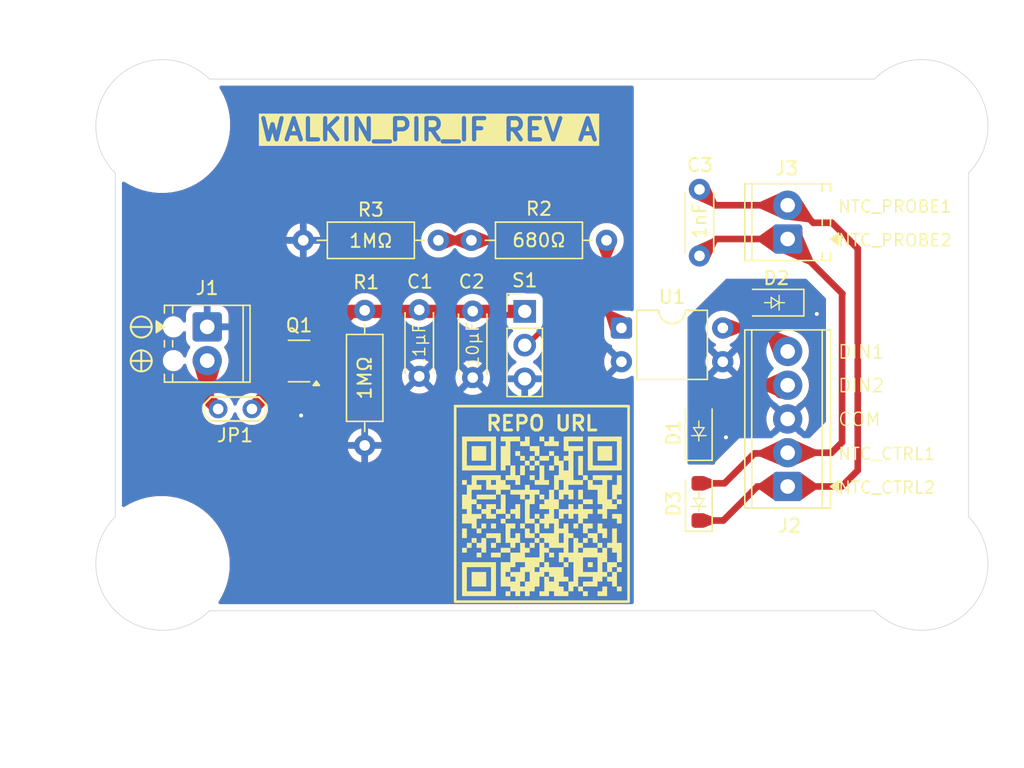
<source format=kicad_pcb>
(kicad_pcb (version 20241229) (generator "pcbnew") (generator_version "9.0")
  (title_block (title "Walk-In PIR Motion Interface") (date "2025-12-30") (rev "A") (company "Eli Bell") (comment 3 "pass-through.") (comment 4 "Battery-powered PIR motion interface board with isolated dry-contact output and NTC "))
  (layers (0 "F.Cu" signal) (2 "B.Cu" signal) (13 "F.Paste" user) (15 "B.Paste" user) (5 "F.SilkS" user "F.Silkscreen") (7 "B.SilkS" user "B.Silkscreen") (1 "F.Mask" user) (3 "B.Mask" user) (25 "Edge.Cuts" user))
  (net 0 "")
  (net 1 "GND")
  (net 2 "VDD")
  (net 3 "/NTC2")
  (net 4 "/NTC1")
  (net 5 "/COM")
  (net 6 "/DIN2")
  (net 7 "/DIN1")
  (net 8 "/VBAT")
  (net 9 "/PIR_SIG")
  (net 10 "Net-(S1-VOUT)")
  (net 11 "Net-(JP1-B)")
  (footprint "TerminalBlock_Phoenix:TerminalBlock_Phoenix_MPT-0,5-5-2.54_1x05_P2.54mm_Horizontal" (layer "F.Cu") (at 173.4675 108.071101 90)
    (property "Reference" "J2" (at -2.95 0.1525 180) (layer "F.SilkS"))
    (property "Value" "XWA11V Terminal")
    (pad "1" thru_hole roundrect (at 0 0 90) (size 2.2 2.2) (drill 1.1) (layers "*.Cu" "*.Mask") (roundrect_rratio 0.113636) (net 3 "/NTC2"))
    (pad "2" thru_hole circle (at 2.54 0 90) (size 2.2 2.2) (drill 1.1) (layers "*.Cu" "*.Mask") (net 4 "/NTC1"))
    (pad "3" thru_hole circle (at 5.08 0 90) (size 2.2 2.2) (drill 1.1) (layers "*.Cu" "*.Mask") (net 5 "/COM"))
    (pad "4" thru_hole circle (at 7.62 0 90) (size 2.2 2.2) (drill 1.1) (layers "*.Cu" "*.Mask") (net 6 "/DIN2"))
    (pad "5" thru_hole circle (at 10.16 0 90) (size 2.2 2.2) (drill 1.1) (layers "*.Cu" "*.Mask") (net 7 "/DIN1"))
  )
  (footprint "WALKIN_PIR_IF:Eli_Bell_Logo" (layer "F.Cu") (at 138.8 111.65)
    (property "Reference" "REF**" (hide yes))
    (property "Value" "Eli_Bell_Logo")
    (fp_arc (start -2.578595 0.025) (mid -2.845921 1.018561) (end -3.575715 1.743839) (stroke (width 0.6)) (layer "F.Cu"))
    (fp_arc (start -2.578595 0.025) (mid -0.078595 -2.475) (end 2.421405 0.025) (stroke (width 0.6)) (layer "F.Cu"))
    (fp_arc (start 3.418525 1.743839) (mid 2.688732 1.018561) (end 2.421405 0.025) (stroke (width 0.6)) (layer "F.Cu"))
    (fp_arc (start 3.418525 1.765891) (mid -0.078595 2.475) (end -3.575715 1.765891) (stroke (width 0.6)) (layer "F.Cu"))
    (fp_poly (pts (arc (start 0.671405 -2.652358) (mid -0.078595 -3.402358) (end -0.828595 -2.652358))) (fill yes) (layer "F.Cu"))
    (fp_poly (pts (arc (start 0.671405 2.627358) (mid -0.078595 3.377358) (end -0.828595 2.627358))) (fill yes) (layer "F.Cu"))
    (fp_text user "e" (at -1.825 2.5 0) (layer "F.Cu") (effects (font (size 4.5 4.5) (thickness 0.625)) (justify left bottom)))
    (zone (net 0) (net_name "") (layer "F.Cu") (connect_pads (clearance 0)) (min_thickness 0.25)
      (keepout (tracks not_allowed) (vias not_allowed) (pads not_allowed) (copperpour not_allowed) (footprints allowed))
      (fill (thermal_gap 0.5) (thermal_bridge_width 0.5))
      (polygon (pts (xy 135.173397 114.280801) (xy 135.450067 114.395207) (xy 136.015853 114.591173) (xy 136.593439 114.749001) (xy 137.232158 114.878513) (xy 137.817673 114.997237) (xy 138.371136 114.98751) (xy 138.969898 114.98751) (xy 139.56733 114.947611) (xy 140.160774 114.86799) (xy 140.747595 114.749001) (xy 141.325181 114.591173) (xy 141.890967 114.395207) (xy 142.167637 114.280801)))
    )
    (zone (net 0) (net_name "") (layer "F.Cu") (connect_pads (clearance 0)) (min_thickness 0.25)
      (keepout (tracks not_allowed) (vias not_allowed) (pads not_allowed) (copperpour not_allowed) (footprints allowed))
      (fill (thermal_gap 0.5) (thermal_bridge_width 0.5))
      (polygon (pts (xy 139.420517 114.887948) (xy 139.418159 114.972187) (xy 139.380669 115.136441) (xy 139.307569 115.288235) (xy 139.202525 115.419956) (xy 139.070804 115.525) (xy 138.91901 115.5981) (xy 138.754756 115.63559) (xy 138.586278 115.63559) (xy 138.422024 115.5981) (xy 138.27023 115.525) (xy 138.138509 115.419956) (xy 138.033465 115.288235) (xy 137.960365 115.136441) (xy 137.922875 114.972187) (xy 137.920517 114.887948)))
    )
  )
  (footprint "Capacitor_THT:C_Disc_D4.3mm_W1.9mm_P5.00mm" (layer "F.Cu") (at 145.77 94.781101 -90)
    (property "Reference" "C1" (at -2.12 -0.05 180) (layer "F.SilkS"))
    (property "Value" ".1µF")
    (pad "1" thru_hole circle (at 0 0 270) (size 1.6 1.6) (drill 0.8) (layers "*.Cu" "*.Mask") (net 2 "VDD"))
    (pad "2" thru_hole circle (at 5 0 270) (size 1.6 1.6) (drill 0.8) (layers "*.Cu" "*.Mask") (net 1 "GND"))
  )
  (footprint "Capacitor_THT:C_Disc_D4.3mm_W1.9mm_P5.00mm" (layer "F.Cu") (at 149.79 94.881101 -90)
    (property "Reference" "C2" (at -2.22 0.08 180) (layer "F.SilkS"))
    (property "Value" "10µF")
    (pad "1" thru_hole circle (at 0 0 270) (size 1.6 1.6) (drill 0.8) (layers "*.Cu" "*.Mask") (net 2 "VDD"))
    (pad "2" thru_hole circle (at 5 0 270) (size 1.6 1.6) (drill 0.8) (layers "*.Cu" "*.Mask") (net 1 "GND"))
  )
  (footprint "Package_DIP:DIP-4_W7.62mm" (layer "F.Cu") (at 160.97 96.146101)
    (property "Reference" "U1" (at 3.81 -2.33 0) (layer "F.SilkS"))
    (property "Value" "AQY212EH")
    (pad "1" thru_hole roundrect (at 0 0) (size 1.6 1.6) (drill 0.8) (layers "*.Cu" "*.Mask") (roundrect_rratio 0.15625) (net 9 "/PIR_SIG"))
    (pad "2" thru_hole circle (at 0 2.54) (size 1.6 1.6) (drill 0.8) (layers "*.Cu" "*.Mask") (net 1 "GND"))
    (pad "3" thru_hole circle (at 7.62 2.54) (size 1.6 1.6) (drill 0.8) (layers "*.Cu" "*.Mask") (net 5 "/COM"))
    (pad "4" thru_hole circle (at 7.62 0) (size 1.6 1.6) (drill 0.8) (layers "*.Cu" "*.Mask") (net 7 "/DIN1"))
  )
  (footprint "Package_TO_SOT_SMD:SOT-23-3" (layer "F.Cu") (at 136.7325 98.631101 180)
    (property "Reference" "Q1" (at 0 2.68 0) (layer "F.SilkS"))
    (property "Value" "AO3401A")
    (pad "1" smd roundrect (at -1.1375 -0.95 180) (size 1.325 0.6) (layers "F.Cu" "F.Mask" "F.Paste") (net 1 "GND"))
    (pad "2" smd roundrect (at -1.1375 0.95 180) (size 1.325 0.6) (layers "F.Cu" "F.Mask" "F.Paste") (net 2 "VDD"))
    (pad "3" smd roundrect (at 1.1375 0 180) (size 1.325 0.6) (layers "F.Cu" "F.Mask" "F.Paste") (net 11 "Net-(JP1-B)"))
  )
  (footprint "Diode_SMD:D_SOD-123F" (layer "F.Cu") (at 166.79 109.231101 90)
    (property "Reference" "D3" (at -0.127 -1.905 90) (layer "F.SilkS"))
    (property "Value" "SMF12CA")
    (pad "1" smd roundrect (at -1.4 0 90) (size 1.1 1.1) (layers "F.Cu" "F.Mask" "F.Paste") (roundrect_rratio 0.2272727273) (net 3 "/NTC2"))
    (pad "2" smd roundrect (at 1.4 0 90) (size 1.1 1.1) (layers "F.Cu" "F.Mask" "F.Paste") (roundrect_rratio 0.2272727273) (net 4 "/NTC1"))
  )
  (footprint "Resistor_THT:R_Axial_DIN0207_L6.3mm_D2.5mm_P10.16mm_Horizontal" (layer "F.Cu") (at 149.69 89.551101)
    (property "Reference" "R2" (at 5.08 -2.37 0) (layer "F.SilkS"))
    (property "Value" "680Ω")
    (pad "1" thru_hole circle (at 0 0) (size 1.6 1.6) (drill 0.8) (layers "*.Cu" "*.Mask") (net 10 "Net-(S1-VOUT)"))
    (pad "2" thru_hole oval (at 10.16 0) (size 1.6 1.6) (drill 0.8) (layers "*.Cu" "*.Mask") (net 9 "/PIR_SIG"))
  )
  (footprint "TerminalBlock_Phoenix:TerminalBlock_Phoenix_MPT-0,5-2-2.54_1x02_P2.54mm_Horizontal" (layer "F.Cu") (at 129.83 96.061101 -90)
    (property "Reference" "J1" (at -2.92 0.01 180) (layer "F.SilkS"))
    (property "Value" "Battery Terminal")
    (pad "" np_thru_hole circle (at 0 2.54 270) (size 1.1 1.1) (drill 1.1) (layers "*.Cu" "*.Mask"))
    (pad "" np_thru_hole circle (at 2.54 2.54 270) (size 1.1 1.1) (drill 1.1) (layers "*.Cu" "*.Mask"))
    (pad "1" thru_hole roundrect (at 0 0 270) (size 2.2 2.2) (drill 1.1) (layers "*.Cu" "*.Mask") (roundrect_rratio 0.113636) (net 1 "GND"))
    (pad "2" thru_hole circle (at 2.54 0 270) (size 2.2 2.2) (drill 1.1) (layers "*.Cu" "*.Mask") (net 8 "/VBAT"))
  )
  (footprint "TestPoint:TestPoint_2Pads_Pitch2.54mm_Drill0.8mm" (layer "F.Cu") (at 130.65 102.241101)
    (property "Reference" "JP1" (at 1.27 1.98 0) (layer "F.SilkS"))
    (property "Value" "Current Test")
    (pad "1" thru_hole circle (at 0 0) (size 1.4 1.4) (drill 0.8) (layers "*.Cu" "*.Mask") (net 8 "/VBAT"))
    (pad "2" thru_hole circle (at 2.54 0) (size 1.4 1.4) (drill 0.8) (layers "*.Cu" "*.Mask") (net 11 "Net-(JP1-B)"))
  )
  (footprint "Diode_SMD:D_SOD-123F" (layer "F.Cu") (at 166.79 103.894851 90)
    (property "Reference" "D1" (at -0.13 -1.91 90) (layer "F.SilkS"))
    (property "Value" "SMF12CA")
    (pad "1" smd roundrect (at -1.4 0 90) (size 1.1 1.1) (layers "F.Cu" "F.Mask" "F.Paste") (roundrect_rratio 0.2272727273) (net 5 "/COM"))
    (pad "2" smd roundrect (at 1.4 0 90) (size 1.1 1.1) (layers "F.Cu" "F.Mask" "F.Paste") (roundrect_rratio 0.2272727273) (net 6 "/DIN2"))
  )
  (footprint "Capacitor_THT:C_Disc_D4.3mm_W1.9mm_P5.00mm" (layer "F.Cu") (at 166.84 90.721101 90)
    (property "Reference" "C3" (at 6.83 0.03 180) (layer "F.SilkS"))
    (property "Value" "1nF")
    (pad "1" thru_hole circle (at 0 0 90) (size 1.6 1.6) (drill 0.8) (layers "*.Cu" "*.Mask") (net 4 "/NTC1"))
    (pad "2" thru_hole circle (at 5 0 90) (size 1.6 1.6) (drill 0.8) (layers "*.Cu" "*.Mask") (net 3 "/NTC2"))
  )
  (footprint "MountingHole:MountingHole_3.2mm_M3" (layer "F.Cu") (at 183.525535 113.885568)
    (property "Reference" "H1" (hide yes))
    (property "Value" "MountingHole" (hide yes))
    (pad "" np_thru_hole circle (at 0 0) (size 3.2 3.2) (drill 3.2) (layers "*.Cu" "*.Mask"))
  )
  (footprint "MountingHole:MountingHole_3.2mm_M3" (layer "F.Cu") (at 183.525535 80.956635)
    (property "Reference" "H3" (hide yes))
    (property "Value" "MountingHole" (hide yes))
    (pad "" np_thru_hole circle (at 0 0) (size 3.2 3.2) (drill 3.2) (layers "*.Cu" "*.Mask"))
  )
  (footprint "Resistor_THT:R_Axial_DIN0207_L6.3mm_D2.5mm_P10.16mm_Horizontal" (layer "F.Cu") (at 141.67 94.821101 -90)
    (property "Reference" "R1" (at -2.11 -0.11 180) (layer "F.SilkS"))
    (property "Value" "1MΩ")
    (pad "1" thru_hole circle (at 0 0 270) (size 1.6 1.6) (drill 0.8) (layers "*.Cu" "*.Mask") (net 2 "VDD"))
    (pad "2" thru_hole oval (at 10.16 0 270) (size 1.6 1.6) (drill 0.8) (layers "*.Cu" "*.Mask") (net 1 "GND"))
  )
  (footprint "TerminalBlock_Phoenix:TerminalBlock_Phoenix_MPT-0,5-2-2.54_1x02_P2.54mm_Horizontal" (layer "F.Cu") (at 173.4675 89.451101 90)
    (property "Reference" "J3" (at 5.3 -0.0675 180) (layer "F.SilkS"))
    (property "Value" "Probe Terminal")
    (pad "" np_thru_hole circle (at 0 2.54 90) (size 1.1 1.1) (drill 1.1) (layers "*.Cu" "*.Mask"))
    (pad "" np_thru_hole circle (at 2.54 2.54 90) (size 1.1 1.1) (drill 1.1) (layers "*.Cu" "*.Mask"))
    (pad "1" thru_hole roundrect (at 0 0 90) (size 2.2 2.2) (drill 1.1) (layers "*.Cu" "*.Mask") (roundrect_rratio 0.113636) (net 4 "/NTC1"))
    (pad "2" thru_hole circle (at 2.54 0 90) (size 2.2 2.2) (drill 1.1) (layers "*.Cu" "*.Mask") (net 3 "/NTC2"))
  )
  (footprint "MountingHole:MountingHole_3.2mm_M3" (layer "F.Cu") (at 126.455534 80.956635)
    (property "Reference" "H4" (hide yes))
    (property "Value" "MountingHole" (hide yes))
    (pad "" np_thru_hole circle (at 0 0) (size 3.2 3.2) (drill 3.2) (layers "*.Cu" "*.Mask"))
  )
  (footprint "MountingHole:MountingHole_3.2mm_M3" (layer "F.Cu") (at 126.455534 113.885568)
    (property "Reference" "H2" (hide yes))
    (property "Value" "MountingHole" (hide yes))
    (pad "" np_thru_hole circle (at 0 0) (size 3.2 3.2) (drill 3.2) (layers "*.Cu" "*.Mask"))
  )
  (footprint "Connector_PinHeader_2.54mm:PinHeader_1x03_P2.54mm_Vertical" (layer "F.Cu") (at 153.7 94.896101)
    (property "Reference" "S1" (at 0 -2.33 0) (layer "F.SilkS"))
    (property "Value" "AM312")
    (pad "1" thru_hole rect (at 0 0) (size 1.7 1.7) (drill 1) (layers "*.Cu" "*.Mask") (net 2 "VDD"))
    (pad "2" thru_hole oval (at 0 2.54) (size 1.7 1.7) (drill 1) (layers "*.Cu" "*.Mask") (net 10 "Net-(S1-VOUT)"))
    (pad "3" thru_hole oval (at 0 5.08) (size 1.7 1.7) (drill 1) (layers "*.Cu" "*.Mask") (net 1 "GND"))
  )
  (footprint "WALKIN_PIR_IF:Repo_URL" (layer "F.Cu") (at 154.99047 110.315)
    (property "Reference" "G***" (hide yes))
    (property "Value" "LOGO" (hide yes))
  )
  (footprint "Diode_SMD:D_SOD-123F" (layer "F.Cu") (at 172.4775 94.241101 180)
    (property "Reference" "D2" (at -0.14625 1.85 0) (layer "F.SilkS"))
    (property "Value" "SMF12CA")
    (pad "1" smd roundrect (at -1.4 0 180) (size 1.1 1.1) (layers "F.Cu" "F.Mask" "F.Paste") (roundrect_rratio 0.2272727273) (net 5 "/COM"))
    (pad "2" smd roundrect (at 1.4 0 180) (size 1.1 1.1) (layers "F.Cu" "F.Mask" "F.Paste") (roundrect_rratio 0.2272727273) (net 7 "/DIN1"))
  )
  (footprint "Resistor_THT:R_Axial_DIN0207_L6.3mm_D2.5mm_P10.16mm_Horizontal" (layer "F.Cu") (at 147.21 89.551101 180)
    (property "Reference" "R3" (at 5.08 2.3 0) (layer "F.SilkS"))
    (property "Value" "1MΩ")
    (pad "1" thru_hole circle (at 0 0 180) (size 1.6 1.6) (drill 0.8) (layers "*.Cu" "*.Mask") (net 10 "Net-(S1-VOUT)"))
    (pad "2" thru_hole oval (at 10.16 0 180) (size 1.6 1.6) (drill 0.8) (layers "*.Cu" "*.Mask") (net 1 "GND"))
  )
  (gr_rect (start 148.47047 102.025) (end 161.51047 116.735) (stroke (width 0.2)) (fill no) (layer "F.SilkS"))
  (gr_circle (center 124.87 96.071101) (end 125.66 96.071101) (stroke (width 0.15)) (fill no) (layer "F.SilkS"))
  (gr_line (start 125.66 98.621101) (end 124.08 98.621101) (stroke (width 0.15)) (layer "F.SilkS"))
  (gr_circle (center 124.87 98.621101) (end 125.66 98.621101) (stroke (width 0.15)) (fill no) (layer "F.SilkS"))
  (gr_line (start 124.87 97.831101) (end 124.87 99.411101) (stroke (width 0.15)) (layer "F.SilkS"))
  (gr_line (start 125.66 96.071101) (end 124.08 96.071101) (stroke (width 0.15)) (layer "F.SilkS"))
  (gr_arc (start 129.991067 117.421101) (mid 122.920001 117.421101) (end 122.92 110.350034) (stroke (width 0.05)) (layer "Edge.Cuts"))
  (gr_arc (start 187.061068 110.350034) (mid 187.061068 117.421101) (end 179.990001 117.421101) (stroke (width 0.05)) (layer "Edge.Cuts"))
  (gr_line (start 179.99 117.421101) (end 129.99 117.421101) (stroke (width 0.05)) (layer "Edge.Cuts"))
  (gr_line (start 187.061069 84.492168) (end 187.061069 110.350034) (stroke (width 0.05)) (layer "Edge.Cuts"))
  (gr_arc (start 179.990001 77.421101) (mid 187.061068 77.421101) (end 187.061068 84.492168) (stroke (width 0.05)) (layer "Edge.Cuts"))
  (gr_line (start 179.99 77.421101) (end 129.99 77.421101) (stroke (width 0.05)) (layer "Edge.Cuts"))
  (gr_line (start 122.919871 84.492168) (end 122.919871 110.350034) (stroke (width 0.05)) (layer "Edge.Cuts"))
  (gr_arc (start 122.92 84.492168) (mid 122.92 77.421101) (end 129.991067 77.421101) (stroke (width 0.05)) (layer "Edge.Cuts"))
  (gr_text "COM" (at 177.2 103.606101 0) (layer "F.SilkS") (effects (font (size 1 1) (thickness 0.1)) (justify left bottom)))
  (gr_text "WALKIN_PIR_IF REV ${REVISION}" (at 133.61 82.17 0) (layer "F.SilkS" knockout) (effects (font (size 1.6 1.6) (thickness 0.32) (bold yes)) (justify left bottom)))
  (gr_text "10µF" (at 149.79 97.381101 90) (layer "F.SilkS") (effects (font (size 0.9 0.9) (thickness 0.1125))))
  (gr_text "680Ω" (at 154.77 89.551101 0) (layer "F.SilkS") (effects (font (size 1 1))))
  (gr_text "NTC_CTRL2" (at 177.2 108.681101 0) (layer "F.SilkS") (effects (font (size 0.9 0.9) (thickness 0.1125)) (justify left bottom)))
  (gr_text "NTC_PROBE2" (at 177.2 90.068601 0) (layer "F.SilkS") (effects (font (size 0.9 0.9) (thickness 0.1125)) (justify left bottom)))
  (gr_text "1MΩ" (at 142.13 89.591101 0) (layer "F.SilkS") (effects (font (size 1 1))))
  (gr_text ".1µF" (at 145.77 97.281101 90) (layer "F.SilkS") (effects (font (size 0.9 0.9) (thickness 0.1125))))
  (gr_text "NTC_CTRL1" (at 177.2 106.143601 0) (layer "F.SilkS") (effects (font (size 0.9 0.9) (thickness 0.1125)) (justify left bottom)))
  (gr_text "DIN1" (at 177.2 98.531101 0) (layer "F.SilkS") (effects (font (size 1 1) (thickness 0.1)) (justify left bottom)))
  (gr_text "NTC_PROBE1" (at 177.2 87.531101 0) (layer "F.SilkS") (effects (font (size 0.9 0.9) (thickness 0.1125)) (justify left bottom)))
  (gr_text "REPO URL" (at 154.99047 103.965 0) (layer "F.SilkS") (effects (font (size 1.1 1.1) (thickness 0.22) (bold yes)) (justify bottom)))
  (gr_text "DIN2" (at 177.2 101.068601 0) (layer "F.SilkS") (effects (font (size 1 1) (thickness 0.1)) (justify left bottom)))
  (gr_text "1nF" (at 166.85 88.081101 90) (layer "F.SilkS") (effects (font (size 1 1))))
  (gr_text "1MΩ" (at 141.67 99.901101 90) (layer "F.SilkS") (effects (font (size 1 1))))
  (via (at 136.89 102.731101) (size 0.6) (drill 0.3) (layers "F.Cu" "B.Cu") (net 1))
  (segment (start 140.655 94.896101) (end 137.87 97.681101) (width 1) (layer "F.Cu") (net 2))
  (segment (start 153.7 94.896101) (end 140.655 94.896101) (width 1) (layer "F.Cu") (net 2))
  (segment (start 178.74 106.861101) (end 178.74 90.171101) (width 0.5) (layer "F.Cu") (net 3))
  (segment (start 173.4675 86.911101) (end 174.07 86.911101) (width 0.5) (layer "F.Cu") (net 3))
  (segment (start 175.39 88.231101) (end 176.8 88.231101) (width 0.5) (layer "F.Cu") (net 3))
  (segment (start 168.63 110.631101) (end 166.79 110.631101) (width 0.5) (layer "F.Cu") (net 3))
  (segment (start 168.03 86.911101) (end 166.84 85.721101) (width 0.5) (layer "F.Cu") (net 3))
  (segment (start 177.53 108.071101) (end 178.74 106.861101) (width 0.5) (layer "F.Cu") (net 3))
  (segment (start 171.19 108.071101) (end 168.63 110.631101) (width 0.5) (layer "F.Cu") (net 3))
  (segment (start 173.4675 86.911101) (end 168.03 86.911101) (width 0.5) (layer "F.Cu") (net 3))
  (segment (start 174.07 86.911101) (end 175.39 88.231101) (width 0.5) (layer "F.Cu") (net 3))
  (segment (start 173.4675 108.071101) (end 177.53 108.071101) (width 0.5) (layer "F.Cu") (net 3))
  (segment (start 173.4675 108.071101) (end 171.19 108.071101) (width 0.5) (layer "F.Cu") (net 3))
  (segment (start 176.8 88.231101) (end 178.74 90.171101) (width 0.5) (layer "F.Cu") (net 3))
  (segment (start 173.4175 105.581101) (end 170.97 105.581101) (width 0.5) (layer "F.Cu") (net 4))
  (segment (start 176.77 105.531101) (end 173.4675 105.531101) (width 0.5) (layer "F.Cu") (net 4))
  (segment (start 173.4675 89.451101) (end 174.61 89.451101) (width 0.2) (layer "F.Cu") (net 4))
  (segment (start 170.97 105.581101) (end 168.72 107.831101) (width 0.5) (layer "F.Cu") (net 4))
  (segment (start 168.11 89.451101) (end 166.84 90.721101) (width 0.5) (layer "F.Cu") (net 4))
  (segment (start 177.56 93.603601) (end 177.56 104.741101) (width 0.5) (layer "F.Cu") (net 4))
  (segment (start 177.56 104.741101) (end 176.77 105.531101) (width 0.5) (layer "F.Cu") (net 4))
  (segment (start 173.4675 105.531101) (end 173.4175 105.581101) (width 0.2) (layer "F.Cu") (net 4))
  (segment (start 173.4675 89.451101) (end 168.11 89.451101) (width 0.5) (layer "F.Cu") (net 4))
  (segment (start 177.59 93.573601) (end 173.4675 89.451101) (width 0.5) (layer "F.Cu") (net 4))
  (segment (start 168.72 107.831101) (end 166.79 107.831101) (width 0.5) (layer "F.Cu") (net 4))
  (segment (start 173.78 102.991101) (end 173.4675 102.991101) (width 1) (layer "F.Cu") (net 5))
  (segment (start 173.4675 102.991101) (end 172.895 102.991101) (width 0.2) (layer "F.Cu") (net 5))
  (via (at 168.83 104.371101) (size 0.6) (drill 0.3) (layers "F.Cu" "B.Cu") (net 5))
  (via (at 175.66 95.091101) (size 0.6) (drill 0.3) (layers "F.Cu" "B.Cu") (net 5))
  (segment (start 169.23 102.461101) (end 166.82375 102.461101) (width 0.5) (layer "F.Cu") (net 6))
  (segment (start 173.94 100.451101) (end 173.4675 100.451101) (width 0.2) (layer "F.Cu") (net 6))
  (segment (start 166.82375 102.461101) (end 166.79 102.494851) (width 0.2) (layer "F.Cu") (net 6))
  (segment (start 171.24 100.451101) (end 169.23 102.461101) (width 0.5) (layer "F.Cu") (net 6))
  (segment (start 173.4675 100.451101) (end 172.9675 100.951101) (width 1) (layer "F.Cu") (net 6))
  (segment (start 173.4675 100.451101) (end 171.24 100.451101) (width 0.5) (layer "F.Cu") (net 6))
  (segment (start 171.0775 94.241101) (end 171.0775 95.521101) (width 0.5) (layer "F.Cu") (net 7))
  (segment (start 172.11875 96.562351) (end 171.7025 96.146101) (width 0.5) (layer "F.Cu") (net 7))
  (segment (start 173.4675 97.911101) (end 172.11875 96.562351) (width 0.5) (layer "F.Cu") (net 7))
  (segment (start 171.0775 95.521101) (end 172.11875 96.562351) (width 0.5) (layer "F.Cu") (net 7))
  (segment (start 171.7025 96.146101) (end 168.59 96.146101) (width 0.5) (layer "F.Cu") (net 7))
  (segment (start 129.83 101.421101) (end 130.65 102.241101) (width 1) (layer "F.Cu") (net 8))
  (segment (start 129.83 98.601101) (end 129.83 101.421101) (width 1) (layer "F.Cu") (net 8))
  (segment (start 159.85 95.026101) (end 160.97 96.146101) (width 0.4) (layer "F.Cu") (net 9))
  (segment (start 159.85 89.551101) (end 159.85 95.026101) (width 0.4) (layer "F.Cu") (net 9))
  (segment (start 152.29 89.551101) (end 155.81 93.071101) (width 0.4) (layer "F.Cu") (net 10))
  (segment (start 155.81 93.071101) (end 155.81 95.491101) (width 0.4) (layer "F.Cu") (net 10))
  (segment (start 155.81 95.491101) (end 153.865 97.436101) (width 0.4) (layer "F.Cu") (net 10))
  (segment (start 149.69 89.551101) (end 152.29 89.551101) (width 0.4) (layer "F.Cu") (net 10))
  (segment (start 149.69 89.551101) (end 147.21 89.551101) (width 0.4) (layer "F.Cu") (net 10))
  (segment (start 153.865 97.436101) (end 153.7 97.436101) (width 0.4) (layer "F.Cu") (net 10))
  (segment (start 135.595 98.631101) (end 135.595 99.836101) (width 1) (layer "F.Cu") (net 11))
  (segment (start 135.595 99.836101) (end 133.19 102.241101) (width 1) (layer "F.Cu") (net 11))
  (segment (start 135.565 98.601101) (end 135.595 98.631101) (width 0.2) (layer "F.Cu") (net 11))
  (zone (net 0) (net_name "") (layers "F.Cu" "B.Cu") (name "hole") (connect_pads (clearance 0)) (min_thickness 0.25)
    (keepout (tracks allowed) (vias allowed) (pads allowed) (copperpour not_allowed) (footprints allowed))
    (fill (thermal_gap 0.5) (thermal_bridge_width 0.5))
    (polygon (pts (xy 131.557024 80.630879) (xy 131.517931 80.184055) (xy 131.440045 79.742338) (xy 131.323956 79.30909) (xy 131.17055 78.887608) (xy 130.980992 78.481101) (xy 130.756726 78.092662) (xy 130.49946 77.725246) (xy 130.211149 77.381651) (xy 129.89399 77.064492) (xy 129.550395 76.776181) (xy 129.182979 76.518915) (xy 128.79454 76.294649) (xy 128.388033 76.105091) (xy 127.966551 75.951685) (xy 127.533303 75.835596) (xy 127.091586 75.75771) (xy 126.644762 75.718617) (xy 126.19623 75.718617) (xy 125.749406 75.75771) (xy 125.307689 75.835596) (xy 124.874441 75.951685) (xy 124.452959 76.105091) (xy 124.046452 76.294649) (xy 123.658013 76.518915) (xy 123.290597 76.776181) (xy 122.947002 77.064492) (xy 122.629843 77.381651) (xy 122.341532 77.725246) (xy 122.084266 78.092662) (xy 121.86 78.481101) (xy 121.670442 78.887608) (xy 121.517036 79.30909) (xy 121.400947 79.742338) (xy 121.323061 80.184055) (xy 121.283968 80.630879) (xy 121.283968 81.079411) (xy 121.323061 81.526235) (xy 121.400947 81.967952) (xy 121.517036 82.4012) (xy 121.670442 82.822682) (xy 121.86 83.229189) (xy 122.084266 83.617628) (xy 122.341532 83.985044) (xy 122.629843 84.328639) (xy 122.947002 84.645798) (xy 123.290597 84.934109) (xy 123.658013 85.191375) (xy 124.046452 85.415641) (xy 124.452959 85.605199) (xy 124.874441 85.758605) (xy 125.307689 85.874694) (xy 125.749406 85.95258) (xy 126.19623 85.991673) (xy 126.644762 85.991673) (xy 127.091586 85.95258) (xy 127.533303 85.874694) (xy 127.966551 85.758605) (xy 128.388033 85.605199) (xy 128.79454 85.415641) (xy 129.182979 85.191375) (xy 129.550395 84.934109) (xy 129.89399 84.645798) (xy 130.211149 84.328639) (xy 130.49946 83.985044) (xy 130.756726 83.617628) (xy 130.980992 83.229189) (xy 131.17055 82.822682) (xy 131.323956 82.4012) (xy 131.440045 81.967952) (xy 131.517931 81.526235) (xy 131.557024 81.079411)))
  )
  (zone (net 5) (net_name "/COM") (layers "F.Cu" "B.Cu") (priority 1) (connect_pads (clearance 0.5)) (min_thickness 0.25) (fill yes (thermal_gap 0.5) (thermal_bridge_width 0.5))
    (polygon (pts (xy 165.94 106.411101) (xy 165.94 95.351101) (xy 168.85 92.441101) (xy 174.86 92.441101) (xy 176.35 93.931101) (xy 176.35 103.191101) (xy 175.1 104.441101) (xy 169.82 104.441101) (xy 168.01 106.251101) (xy 168.01 106.421101) (xy 165.95 106.421101)))
  )
  (zone (net 0) (net_name "") (layers "F.Cu" "B.Cu") (name "hole") (connect_pads (clearance 0)) (min_thickness 0.25)
    (keepout (tracks allowed) (vias allowed) (pads allowed) (copperpour not_allowed) (footprints allowed))
    (fill (thermal_gap 0.5) (thermal_bridge_width 0.5))
    (polygon (pts (xy 131.525492 113.696734) (xy 131.486399 113.24991) (xy 131.408513 112.808193) (xy 131.292424 112.374945) (xy 131.139018 111.953463) (xy 130.94946 111.546956) (xy 130.725194 111.158517) (xy 130.467928 110.791101) (xy 130.179617 110.447506) (xy 129.862458 110.130347) (xy 129.518863 109.842036) (xy 129.151447 109.58477) (xy 128.763008 109.360504) (xy 128.356501 109.170946) (xy 127.935019 109.01754) (xy 127.501771 108.901451) (xy 127.060054 108.823565) (xy 126.61323 108.784472) (xy 126.164698 108.784472) (xy 125.717874 108.823565) (xy 125.276157 108.901451) (xy 124.842909 109.01754) (xy 124.421427 109.170946) (xy 124.01492 109.360504) (xy 123.626481 109.58477) (xy 123.259065 109.842036) (xy 122.91547 110.130347) (xy 122.598311 110.447506) (xy 122.31 110.791101) (xy 122.052734 111.158517) (xy 121.828468 111.546956) (xy 121.63891 111.953463) (xy 121.485504 112.374945) (xy 121.369415 112.808193) (xy 121.291529 113.24991) (xy 121.252436 113.696734) (xy 121.252436 114.145266) (xy 121.291529 114.59209) (xy 121.369415 115.033807) (xy 121.485504 115.467055) (xy 121.63891 115.888537) (xy 121.828468 116.295044) (xy 122.052734 116.683483) (xy 122.31 117.050899) (xy 122.598311 117.394494) (xy 122.91547 117.711653) (xy 123.259065 117.999964) (xy 123.626481 118.25723) (xy 124.01492 118.481496) (xy 124.421427 118.671054) (xy 124.842909 118.82446) (xy 125.276157 118.940549) (xy 125.717874 119.018435) (xy 126.164698 119.057528) (xy 126.61323 119.057528) (xy 127.060054 119.018435) (xy 127.501771 118.940549) (xy 127.935019 118.82446) (xy 128.356501 118.671054) (xy 128.763008 118.481496) (xy 129.151447 118.25723) (xy 129.518863 117.999964) (xy 129.862458 117.711653) (xy 130.179617 117.394494) (xy 130.467928 117.050899) (xy 130.725194 116.683483) (xy 130.94946 116.295044) (xy 131.139018 115.888537) (xy 131.292424 115.467055) (xy 131.408513 115.033807) (xy 131.486399 114.59209) (xy 131.525492 114.145266)))
  )
  (zone (net 1) (net_name "GND") (layers "F.Cu" "B.Cu") (connect_pads (clearance 0.5)) (min_thickness 0.25) (fill yes (thermal_gap 0.5) (thermal_bridge_width 0.5))
    (polygon (pts (xy 161.89 123.231101) (xy 117.8 123.231101) (xy 114.25 119.681101) (xy 114.25 71.591101) (xy 114.37 71.471101) (xy 159.66 71.471101) (xy 161.89 73.701101)))
  )
)
</source>
